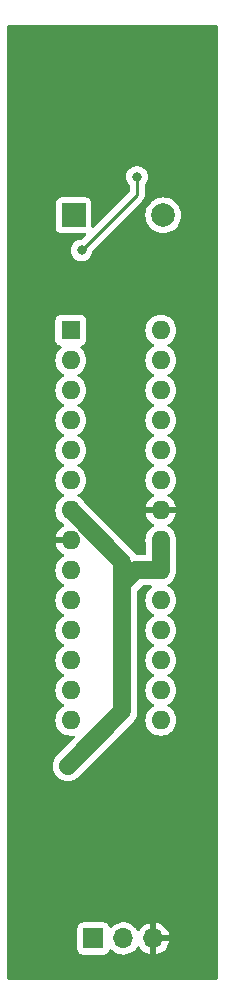
<source format=gbr>
%TF.GenerationSoftware,KiCad,Pcbnew,(5.99.0-11163-g08fb05e522)*%
%TF.CreationDate,2021-06-27T20:24:35-07:00*%
%TF.ProjectId,MeditationLamp,4d656469-7461-4746-996f-6e4c616d702e,rev?*%
%TF.SameCoordinates,Original*%
%TF.FileFunction,Copper,L2,Bot*%
%TF.FilePolarity,Positive*%
%FSLAX46Y46*%
G04 Gerber Fmt 4.6, Leading zero omitted, Abs format (unit mm)*
G04 Created by KiCad (PCBNEW (5.99.0-11163-g08fb05e522)) date 2021-06-27 20:24:35*
%MOMM*%
%LPD*%
G01*
G04 APERTURE LIST*
%TA.AperFunction,ComponentPad*%
%ADD10R,1.600000X1.600000*%
%TD*%
%TA.AperFunction,ComponentPad*%
%ADD11O,1.600000X1.600000*%
%TD*%
%TA.AperFunction,ComponentPad*%
%ADD12R,1.700000X1.700000*%
%TD*%
%TA.AperFunction,ComponentPad*%
%ADD13O,1.700000X1.700000*%
%TD*%
%TA.AperFunction,ComponentPad*%
%ADD14R,2.000000X2.000000*%
%TD*%
%TA.AperFunction,ComponentPad*%
%ADD15C,2.000000*%
%TD*%
%TA.AperFunction,ViaPad*%
%ADD16C,1.524000*%
%TD*%
%TA.AperFunction,ViaPad*%
%ADD17C,0.800000*%
%TD*%
%TA.AperFunction,Conductor*%
%ADD18C,1.524000*%
%TD*%
%TA.AperFunction,Conductor*%
%ADD19C,0.250000*%
%TD*%
G04 APERTURE END LIST*
D10*
%TO.P,U1,1,~{RESET}/PC6*%
%TO.N,unconnected-(U1-Pad1)*%
X113395600Y-72425400D03*
D11*
%TO.P,U1,15,PB1*%
%TO.N,unconnected-(U1-Pad15)*%
X121015600Y-105445400D03*
%TO.P,U1,2,PD0*%
%TO.N,unconnected-(U1-Pad2)*%
X113395600Y-74965400D03*
%TO.P,U1,16,PB2*%
%TO.N,unconnected-(U1-Pad16)*%
X121015600Y-102905400D03*
%TO.P,U1,3,PD1*%
%TO.N,unconnected-(U1-Pad3)*%
X113395600Y-77505400D03*
%TO.P,U1,17,PB3*%
%TO.N,unconnected-(U1-Pad17)*%
X121015600Y-100365400D03*
%TO.P,U1,4,PD2*%
%TO.N,unconnected-(U1-Pad4)*%
X113395600Y-80045400D03*
%TO.P,U1,18,PB4*%
%TO.N,unconnected-(U1-Pad18)*%
X121015600Y-97825400D03*
%TO.P,U1,5,PD3*%
%TO.N,Net-(SW1-Pad1)*%
X113395600Y-82585400D03*
%TO.P,U1,19,PB5*%
%TO.N,unconnected-(U1-Pad19)*%
X121015600Y-95285400D03*
%TO.P,U1,6,PD4*%
%TO.N,unconnected-(U1-Pad6)*%
X113395600Y-85125400D03*
%TO.P,U1,20,AVCC*%
%TO.N,+5V*%
X121015600Y-92745400D03*
%TO.P,U1,7,VCC*%
X113395600Y-87665400D03*
%TO.P,U1,21,AREF*%
X121015600Y-90205400D03*
%TO.P,U1,8,GND*%
%TO.N,GND*%
X113395600Y-90205400D03*
%TO.P,U1,22,GND*%
X121015600Y-87665400D03*
%TO.P,U1,9,XTAL1/PB6*%
%TO.N,unconnected-(U1-Pad9)*%
X113395600Y-92745400D03*
%TO.P,U1,23,PC0*%
%TO.N,unconnected-(U1-Pad23)*%
X121015600Y-85125400D03*
%TO.P,U1,10,XTAL2/PB7*%
%TO.N,unconnected-(U1-Pad10)*%
X113395600Y-95285400D03*
%TO.P,U1,24,PC1*%
%TO.N,unconnected-(U1-Pad24)*%
X121015600Y-82585400D03*
%TO.P,U1,11,PD5*%
%TO.N,unconnected-(U1-Pad11)*%
X113395600Y-97825400D03*
%TO.P,U1,25,PC2*%
%TO.N,unconnected-(U1-Pad25)*%
X121015600Y-80045400D03*
%TO.P,U1,12,PD6*%
%TO.N,/BUZZ*%
X113395600Y-100365400D03*
%TO.P,U1,26,PC3*%
%TO.N,unconnected-(U1-Pad26)*%
X121015600Y-77505400D03*
%TO.P,U1,13,PD7*%
%TO.N,Net-(U1-Pad13)*%
X113395600Y-102905400D03*
%TO.P,U1,27,PC4*%
%TO.N,unconnected-(U1-Pad27)*%
X121015600Y-74965400D03*
%TO.P,U1,14,PB0*%
%TO.N,unconnected-(U1-Pad14)*%
X113395600Y-105445400D03*
%TO.P,U1,28,PC5*%
%TO.N,unconnected-(U1-Pad28)*%
X121015600Y-72425400D03*
%TD*%
D12*
%TO.P,J1,1,Pin_1*%
%TO.N,+5V*%
X115305600Y-123926600D03*
D13*
%TO.P,J1,2,Pin_2*%
%TO.N,Net-(J1-Pad2)*%
X117845600Y-123926600D03*
%TO.P,J1,3,Pin_3*%
%TO.N,GND*%
X120385600Y-123926600D03*
%TD*%
D14*
%TO.P,BZ1,1,-*%
%TO.N,/BUZZ*%
X113624200Y-62687200D03*
D15*
%TO.P,BZ1,2,+*%
%TO.N,Net-(BZ1-Pad2)*%
X121224200Y-62687200D03*
%TD*%
D16*
%TO.N,+5V*%
X113131600Y-109321600D03*
D17*
%TO.N,Net-(R1-Pad1)*%
X114300000Y-65659000D03*
X118999000Y-59436000D03*
%TD*%
D18*
%TO.N,+5V*%
X117754400Y-93903800D02*
X117754400Y-92024200D01*
X117754400Y-92024200D02*
X113395600Y-87665400D01*
X121015600Y-92745400D02*
X121015600Y-90205400D01*
X117754400Y-104698800D02*
X117754400Y-93903800D01*
X117754400Y-93903800D02*
X118912800Y-92745400D01*
X118912800Y-92745400D02*
X121015600Y-92745400D01*
X113131600Y-109321600D02*
X117754400Y-104698800D01*
D19*
%TO.N,Net-(R1-Pad1)*%
X118999000Y-59436000D02*
X118999000Y-60985400D01*
X118999000Y-60985400D02*
X114325400Y-65659000D01*
X114325400Y-65659000D02*
X114300000Y-65659000D01*
%TD*%
%TA.AperFunction,Conductor*%
%TO.N,GND*%
G36*
X125799121Y-46629002D02*
G01*
X125845614Y-46682658D01*
X125857000Y-46735000D01*
X125857000Y-127280400D01*
X125836998Y-127348521D01*
X125783342Y-127395014D01*
X125731000Y-127406400D01*
X108101400Y-127406400D01*
X108033279Y-127386398D01*
X107986786Y-127332742D01*
X107975400Y-127280400D01*
X107975400Y-123076600D01*
X113942100Y-123076600D01*
X113942100Y-124776600D01*
X113947327Y-124849679D01*
X113963303Y-124904087D01*
X113982848Y-124970652D01*
X113988504Y-124989916D01*
X113993375Y-124997495D01*
X114062651Y-125105291D01*
X114062653Y-125105294D01*
X114067523Y-125112871D01*
X114074333Y-125118772D01*
X114171169Y-125202682D01*
X114171172Y-125202684D01*
X114177981Y-125208584D01*
X114186179Y-125212328D01*
X114291232Y-125260304D01*
X114310930Y-125269300D01*
X114319845Y-125270582D01*
X114319846Y-125270582D01*
X114451152Y-125289461D01*
X114451159Y-125289462D01*
X114455600Y-125290100D01*
X116155600Y-125290100D01*
X116228679Y-125284873D01*
X116319080Y-125258329D01*
X116360270Y-125246235D01*
X116360272Y-125246234D01*
X116368916Y-125243696D01*
X116432735Y-125202682D01*
X116484291Y-125169549D01*
X116484294Y-125169547D01*
X116491871Y-125164677D01*
X116531648Y-125118772D01*
X116581682Y-125061031D01*
X116581684Y-125061028D01*
X116587584Y-125054219D01*
X116648300Y-124921270D01*
X116649166Y-124915246D01*
X116686752Y-124856761D01*
X116751333Y-124827268D01*
X116821606Y-124837372D01*
X116864499Y-124869487D01*
X116891609Y-124900783D01*
X116895584Y-124904083D01*
X116895588Y-124904087D01*
X116926155Y-124929464D01*
X117063529Y-125043514D01*
X117067981Y-125046116D01*
X117067986Y-125046119D01*
X117192317Y-125118772D01*
X117256451Y-125156249D01*
X117465196Y-125235960D01*
X117470262Y-125236991D01*
X117470263Y-125236991D01*
X117514628Y-125246017D01*
X117684156Y-125280508D01*
X117809995Y-125285122D01*
X117902288Y-125288507D01*
X117902292Y-125288507D01*
X117907452Y-125288696D01*
X117912572Y-125288040D01*
X117912574Y-125288040D01*
X117980602Y-125279325D01*
X118129088Y-125260304D01*
X118134037Y-125258819D01*
X118134043Y-125258818D01*
X118338159Y-125197580D01*
X118338158Y-125197580D01*
X118343109Y-125196095D01*
X118543770Y-125097792D01*
X118547975Y-125094792D01*
X118547981Y-125094789D01*
X118695007Y-124989916D01*
X118725682Y-124968036D01*
X118789854Y-124904087D01*
X118880288Y-124813968D01*
X118880292Y-124813963D01*
X118883957Y-124810311D01*
X119014348Y-124628854D01*
X119015665Y-124629800D01*
X119062575Y-124586619D01*
X119132514Y-124574409D01*
X119197951Y-124601949D01*
X119225769Y-124633775D01*
X119283006Y-124727179D01*
X119289104Y-124735511D01*
X119428574Y-124896519D01*
X119435937Y-124903729D01*
X119599841Y-125039804D01*
X119608272Y-125045709D01*
X119792209Y-125153193D01*
X119801492Y-125157640D01*
X120000509Y-125233637D01*
X120010402Y-125236511D01*
X120113848Y-125257557D01*
X120127900Y-125256362D01*
X120131600Y-125246017D01*
X120131600Y-124194148D01*
X120639600Y-124194148D01*
X120639600Y-125245464D01*
X120643664Y-125259306D01*
X120657078Y-125261340D01*
X120663854Y-125260472D01*
X120673937Y-125258329D01*
X120877976Y-125197114D01*
X120887571Y-125193354D01*
X121078872Y-125099636D01*
X121087722Y-125094361D01*
X121261155Y-124970652D01*
X121269015Y-124964010D01*
X121419916Y-124813635D01*
X121426593Y-124805790D01*
X121550901Y-124632796D01*
X121556212Y-124623958D01*
X121650591Y-124432995D01*
X121654390Y-124423400D01*
X121716313Y-124219589D01*
X121718493Y-124209506D01*
X121719935Y-124198560D01*
X121717723Y-124184378D01*
X121704566Y-124180600D01*
X120657715Y-124180600D01*
X120642476Y-124185075D01*
X120641271Y-124186465D01*
X120639600Y-124194148D01*
X120131600Y-124194148D01*
X120131600Y-122611239D01*
X120639600Y-122611239D01*
X120639600Y-123654485D01*
X120644075Y-123669724D01*
X120645465Y-123670929D01*
X120653148Y-123672600D01*
X121704299Y-123672600D01*
X121717830Y-123668627D01*
X121719135Y-123659547D01*
X121677142Y-123492363D01*
X121673824Y-123482615D01*
X121588877Y-123287250D01*
X121584010Y-123278175D01*
X121468301Y-123099315D01*
X121462010Y-123091146D01*
X121318642Y-122933587D01*
X121311109Y-122926562D01*
X121143928Y-122794530D01*
X121135350Y-122788831D01*
X120948853Y-122685880D01*
X120939447Y-122681653D01*
X120738647Y-122610546D01*
X120728681Y-122607913D01*
X120657436Y-122595222D01*
X120644141Y-122596681D01*
X120639600Y-122611239D01*
X120131600Y-122611239D01*
X120131600Y-122609353D01*
X120127682Y-122596009D01*
X120113406Y-122594022D01*
X120074837Y-122599924D01*
X120064818Y-122602311D01*
X119862329Y-122668495D01*
X119852827Y-122672490D01*
X119663879Y-122770850D01*
X119655154Y-122776344D01*
X119484804Y-122904246D01*
X119477097Y-122911089D01*
X119329921Y-123065099D01*
X119323442Y-123073101D01*
X119219106Y-123226052D01*
X119164194Y-123271055D01*
X119093669Y-123279226D01*
X119029922Y-123247972D01*
X119009225Y-123223488D01*
X118928697Y-123099011D01*
X118925887Y-123094667D01*
X118913539Y-123081096D01*
X118862831Y-123025369D01*
X118775505Y-122929399D01*
X118771454Y-122926200D01*
X118771450Y-122926196D01*
X118604207Y-122794117D01*
X118600149Y-122790912D01*
X118404530Y-122682924D01*
X118210954Y-122614375D01*
X118198775Y-122610062D01*
X118198771Y-122610061D01*
X118193900Y-122608336D01*
X118188807Y-122607429D01*
X118188804Y-122607428D01*
X117979006Y-122570057D01*
X117979000Y-122570056D01*
X117973917Y-122569151D01*
X117887760Y-122568098D01*
X117755656Y-122566484D01*
X117755654Y-122566484D01*
X117750487Y-122566421D01*
X117529612Y-122600220D01*
X117317222Y-122669640D01*
X117286025Y-122685880D01*
X117192766Y-122734428D01*
X117119023Y-122772816D01*
X117114890Y-122775919D01*
X117114887Y-122775921D01*
X116987015Y-122871930D01*
X116940337Y-122906977D01*
X116924322Y-122923736D01*
X116857753Y-122993396D01*
X116796228Y-123028826D01*
X116725316Y-123025369D01*
X116667530Y-122984123D01*
X116645763Y-122941843D01*
X116625235Y-122871930D01*
X116625234Y-122871928D01*
X116622696Y-122863284D01*
X116574848Y-122788831D01*
X116548549Y-122747909D01*
X116548547Y-122747906D01*
X116543677Y-122740329D01*
X116536867Y-122734428D01*
X116440031Y-122650518D01*
X116440028Y-122650516D01*
X116433219Y-122644616D01*
X116360134Y-122611239D01*
X116308464Y-122587642D01*
X116308463Y-122587642D01*
X116300270Y-122583900D01*
X116291355Y-122582618D01*
X116291354Y-122582618D01*
X116160048Y-122563739D01*
X116160041Y-122563738D01*
X116155600Y-122563100D01*
X114455600Y-122563100D01*
X114382521Y-122568327D01*
X114329484Y-122583900D01*
X114250930Y-122606965D01*
X114250928Y-122606966D01*
X114242284Y-122609504D01*
X114234705Y-122614375D01*
X114126909Y-122683651D01*
X114126906Y-122683653D01*
X114119329Y-122688523D01*
X114113428Y-122695333D01*
X114029518Y-122792169D01*
X114029516Y-122792172D01*
X114023616Y-122798981D01*
X113962900Y-122931930D01*
X113961618Y-122940845D01*
X113961618Y-122940846D01*
X113942739Y-123072152D01*
X113942738Y-123072159D01*
X113942100Y-123076600D01*
X107975400Y-123076600D01*
X107975400Y-109321600D01*
X111856100Y-109321600D01*
X111856580Y-109327083D01*
X111861671Y-109385269D01*
X111862135Y-109394270D01*
X111863087Y-109454926D01*
X111864167Y-109460429D01*
X111870237Y-109491368D01*
X111872115Y-109504646D01*
X111875478Y-109543088D01*
X111876902Y-109548401D01*
X111892688Y-109607316D01*
X111894624Y-109615668D01*
X111906745Y-109677453D01*
X111908784Y-109682684D01*
X111908785Y-109682686D01*
X111919367Y-109709828D01*
X111923679Y-109722982D01*
X111931596Y-109752529D01*
X111931600Y-109752540D01*
X111933022Y-109757847D01*
X111935348Y-109762834D01*
X111962219Y-109820459D01*
X111965418Y-109827941D01*
X111989119Y-109888732D01*
X111992047Y-109893510D01*
X111992049Y-109893514D01*
X112006029Y-109916326D01*
X112012789Y-109928905D01*
X112026985Y-109959350D01*
X112030145Y-109963863D01*
X112068101Y-110018070D01*
X112072319Y-110024502D01*
X112107606Y-110082085D01*
X112127543Y-110104461D01*
X112136674Y-110116003D01*
X112154510Y-110141476D01*
X112207079Y-110194045D01*
X112212059Y-110199320D01*
X112258460Y-110251399D01*
X112262872Y-110254859D01*
X112262879Y-110254865D01*
X112280156Y-110268412D01*
X112291504Y-110278470D01*
X112311724Y-110298690D01*
X112316226Y-110301842D01*
X112316234Y-110301849D01*
X112374803Y-110342859D01*
X112380280Y-110346918D01*
X112436913Y-110391324D01*
X112441880Y-110393954D01*
X112459151Y-110403099D01*
X112472463Y-110411240D01*
X112489343Y-110423060D01*
X112489349Y-110423064D01*
X112493850Y-110426215D01*
X112540293Y-110447872D01*
X112566071Y-110459893D01*
X112571757Y-110462721D01*
X112637324Y-110497437D01*
X112658464Y-110504184D01*
X112659010Y-110504358D01*
X112673948Y-110510197D01*
X112690365Y-110517852D01*
X112695353Y-110520178D01*
X112774953Y-110541506D01*
X112780651Y-110543178D01*
X112796708Y-110548302D01*
X112853358Y-110566382D01*
X112873542Y-110569039D01*
X112889709Y-110572255D01*
X112910112Y-110577722D01*
X112915598Y-110578202D01*
X112994960Y-110585146D01*
X113000422Y-110585744D01*
X113072626Y-110595249D01*
X113072627Y-110595249D01*
X113078187Y-110595981D01*
X113083785Y-110595717D01*
X113084560Y-110595680D01*
X113096120Y-110595135D01*
X113113026Y-110595475D01*
X113131600Y-110597100D01*
X113137075Y-110596621D01*
X113137078Y-110596621D01*
X113188251Y-110592144D01*
X113219298Y-110589427D01*
X113224331Y-110589089D01*
X113304705Y-110585299D01*
X113319850Y-110581830D01*
X113336995Y-110579130D01*
X113347607Y-110578202D01*
X113347612Y-110578201D01*
X113353088Y-110577722D01*
X113440938Y-110554183D01*
X113445367Y-110553083D01*
X113525751Y-110534673D01*
X113530912Y-110532472D01*
X113530917Y-110532470D01*
X113537822Y-110529525D01*
X113554638Y-110523718D01*
X113562532Y-110521603D01*
X113562541Y-110521600D01*
X113567847Y-110520178D01*
X113572828Y-110517855D01*
X113572837Y-110517852D01*
X113652979Y-110480480D01*
X113656735Y-110478803D01*
X113734339Y-110445702D01*
X113739028Y-110442622D01*
X113739035Y-110442618D01*
X113743293Y-110439821D01*
X113759214Y-110430942D01*
X113764360Y-110428542D01*
X113764362Y-110428541D01*
X113769350Y-110426215D01*
X113773856Y-110423060D01*
X113773863Y-110423056D01*
X113848854Y-110370547D01*
X113851947Y-110368448D01*
X113884724Y-110346918D01*
X113923874Y-110321201D01*
X113935061Y-110311234D01*
X113946601Y-110302104D01*
X113946962Y-110301851D01*
X113946965Y-110301849D01*
X113951476Y-110298690D01*
X114108690Y-110141476D01*
X114109013Y-110141015D01*
X114109771Y-110140188D01*
X118588319Y-105661639D01*
X118600710Y-105650771D01*
X118613304Y-105641107D01*
X118617755Y-105637692D01*
X118621528Y-105633546D01*
X118621533Y-105633541D01*
X118671218Y-105578937D01*
X118675316Y-105574642D01*
X118692393Y-105557565D01*
X118710285Y-105536167D01*
X118713743Y-105532202D01*
X118766597Y-105474117D01*
X118766598Y-105474116D01*
X118770374Y-105469966D01*
X118780044Y-105454551D01*
X118790109Y-105440697D01*
X118801775Y-105426745D01*
X118843455Y-105353671D01*
X118846158Y-105349155D01*
X118887899Y-105282616D01*
X118887900Y-105282613D01*
X118890879Y-105277865D01*
X118897664Y-105260987D01*
X118905119Y-105245563D01*
X118914130Y-105229766D01*
X118916001Y-105224483D01*
X118916004Y-105224476D01*
X118942214Y-105150459D01*
X118944069Y-105145551D01*
X118975461Y-105067460D01*
X118979150Y-105049648D01*
X118983759Y-105033143D01*
X118987954Y-105021296D01*
X118987956Y-105021287D01*
X118989827Y-105016004D01*
X119003422Y-104932986D01*
X119004384Y-104927798D01*
X119020510Y-104849927D01*
X119020510Y-104849926D01*
X119021447Y-104845402D01*
X119023068Y-104817283D01*
X119024516Y-104804170D01*
X119026474Y-104792215D01*
X119024916Y-104693039D01*
X119024900Y-104691060D01*
X119024900Y-94482250D01*
X119044902Y-94414129D01*
X119061804Y-94393155D01*
X119402153Y-94052805D01*
X119464466Y-94018780D01*
X119491249Y-94015900D01*
X120147710Y-94015900D01*
X120215831Y-94035902D01*
X120262324Y-94089558D01*
X120272428Y-94159832D01*
X120242934Y-94224412D01*
X120219980Y-94245113D01*
X120175814Y-94276038D01*
X120175808Y-94276043D01*
X120171298Y-94279201D01*
X120009401Y-94441098D01*
X119878076Y-94628650D01*
X119875753Y-94633632D01*
X119875750Y-94633637D01*
X119783637Y-94831175D01*
X119781314Y-94836157D01*
X119722055Y-95057313D01*
X119702100Y-95285400D01*
X119722055Y-95513487D01*
X119781314Y-95734643D01*
X119783636Y-95739624D01*
X119783637Y-95739625D01*
X119875750Y-95937163D01*
X119875753Y-95937168D01*
X119878076Y-95942150D01*
X120009401Y-96129702D01*
X120171298Y-96291599D01*
X120175806Y-96294756D01*
X120175809Y-96294758D01*
X120354341Y-96419767D01*
X120358850Y-96422924D01*
X120363832Y-96425247D01*
X120363837Y-96425250D01*
X120398054Y-96441205D01*
X120451339Y-96488122D01*
X120470800Y-96556399D01*
X120450258Y-96624359D01*
X120398054Y-96669595D01*
X120363837Y-96685550D01*
X120363832Y-96685553D01*
X120358850Y-96687876D01*
X120354343Y-96691032D01*
X120354341Y-96691033D01*
X120175809Y-96816042D01*
X120175806Y-96816044D01*
X120171298Y-96819201D01*
X120009401Y-96981098D01*
X119878076Y-97168650D01*
X119875753Y-97173632D01*
X119875750Y-97173637D01*
X119783637Y-97371175D01*
X119781314Y-97376157D01*
X119722055Y-97597313D01*
X119702100Y-97825400D01*
X119722055Y-98053487D01*
X119781314Y-98274643D01*
X119783636Y-98279624D01*
X119783637Y-98279625D01*
X119875750Y-98477163D01*
X119875753Y-98477168D01*
X119878076Y-98482150D01*
X120009401Y-98669702D01*
X120171298Y-98831599D01*
X120175806Y-98834756D01*
X120175809Y-98834758D01*
X120354341Y-98959767D01*
X120358850Y-98962924D01*
X120363832Y-98965247D01*
X120363837Y-98965250D01*
X120398054Y-98981205D01*
X120451339Y-99028122D01*
X120470800Y-99096399D01*
X120450258Y-99164359D01*
X120398054Y-99209595D01*
X120363837Y-99225550D01*
X120363832Y-99225553D01*
X120358850Y-99227876D01*
X120354343Y-99231032D01*
X120354341Y-99231033D01*
X120175809Y-99356042D01*
X120175806Y-99356044D01*
X120171298Y-99359201D01*
X120009401Y-99521098D01*
X119878076Y-99708650D01*
X119875753Y-99713632D01*
X119875750Y-99713637D01*
X119783637Y-99911175D01*
X119781314Y-99916157D01*
X119722055Y-100137313D01*
X119702100Y-100365400D01*
X119722055Y-100593487D01*
X119781314Y-100814643D01*
X119783636Y-100819624D01*
X119783637Y-100819625D01*
X119875750Y-101017163D01*
X119875753Y-101017168D01*
X119878076Y-101022150D01*
X120009401Y-101209702D01*
X120171298Y-101371599D01*
X120175806Y-101374756D01*
X120175809Y-101374758D01*
X120354341Y-101499767D01*
X120358850Y-101502924D01*
X120363832Y-101505247D01*
X120363837Y-101505250D01*
X120398054Y-101521205D01*
X120451339Y-101568122D01*
X120470800Y-101636399D01*
X120450258Y-101704359D01*
X120398054Y-101749595D01*
X120363837Y-101765550D01*
X120363832Y-101765553D01*
X120358850Y-101767876D01*
X120354343Y-101771032D01*
X120354341Y-101771033D01*
X120175809Y-101896042D01*
X120175806Y-101896044D01*
X120171298Y-101899201D01*
X120009401Y-102061098D01*
X119878076Y-102248650D01*
X119875753Y-102253632D01*
X119875750Y-102253637D01*
X119783637Y-102451175D01*
X119781314Y-102456157D01*
X119722055Y-102677313D01*
X119702100Y-102905400D01*
X119722055Y-103133487D01*
X119781314Y-103354643D01*
X119783636Y-103359624D01*
X119783637Y-103359625D01*
X119875750Y-103557163D01*
X119875753Y-103557168D01*
X119878076Y-103562150D01*
X120009401Y-103749702D01*
X120171298Y-103911599D01*
X120175806Y-103914756D01*
X120175809Y-103914758D01*
X120354341Y-104039767D01*
X120358850Y-104042924D01*
X120363832Y-104045247D01*
X120363837Y-104045250D01*
X120398054Y-104061205D01*
X120451339Y-104108122D01*
X120470800Y-104176399D01*
X120450258Y-104244359D01*
X120398054Y-104289595D01*
X120363837Y-104305550D01*
X120363832Y-104305553D01*
X120358850Y-104307876D01*
X120354343Y-104311032D01*
X120354341Y-104311033D01*
X120175809Y-104436042D01*
X120175806Y-104436044D01*
X120171298Y-104439201D01*
X120009401Y-104601098D01*
X119878076Y-104788650D01*
X119875753Y-104793632D01*
X119875750Y-104793637D01*
X119867798Y-104810691D01*
X119781314Y-104996157D01*
X119779892Y-105001465D01*
X119779891Y-105001467D01*
X119723479Y-105211998D01*
X119722055Y-105217313D01*
X119702100Y-105445400D01*
X119722055Y-105673487D01*
X119781314Y-105894643D01*
X119783636Y-105899624D01*
X119783637Y-105899625D01*
X119875750Y-106097163D01*
X119875753Y-106097168D01*
X119878076Y-106102150D01*
X120009401Y-106289702D01*
X120171298Y-106451599D01*
X120175806Y-106454756D01*
X120175809Y-106454758D01*
X120288242Y-106533484D01*
X120358850Y-106582924D01*
X120363832Y-106585247D01*
X120363837Y-106585250D01*
X120561375Y-106677363D01*
X120566357Y-106679686D01*
X120571665Y-106681108D01*
X120571667Y-106681109D01*
X120782198Y-106737521D01*
X120782200Y-106737521D01*
X120787513Y-106738945D01*
X121015600Y-106758900D01*
X121243687Y-106738945D01*
X121249000Y-106737521D01*
X121249002Y-106737521D01*
X121459533Y-106681109D01*
X121459535Y-106681108D01*
X121464843Y-106679686D01*
X121469825Y-106677363D01*
X121667363Y-106585250D01*
X121667368Y-106585247D01*
X121672350Y-106582924D01*
X121742958Y-106533484D01*
X121855391Y-106454758D01*
X121855394Y-106454756D01*
X121859902Y-106451599D01*
X122021799Y-106289702D01*
X122153124Y-106102150D01*
X122155447Y-106097168D01*
X122155450Y-106097163D01*
X122247563Y-105899625D01*
X122247564Y-105899624D01*
X122249886Y-105894643D01*
X122309145Y-105673487D01*
X122329100Y-105445400D01*
X122309145Y-105217313D01*
X122307721Y-105211998D01*
X122251309Y-105001467D01*
X122251308Y-105001465D01*
X122249886Y-104996157D01*
X122163402Y-104810691D01*
X122155450Y-104793637D01*
X122155447Y-104793632D01*
X122153124Y-104788650D01*
X122021799Y-104601098D01*
X121859902Y-104439201D01*
X121855394Y-104436044D01*
X121855391Y-104436042D01*
X121676859Y-104311033D01*
X121676857Y-104311032D01*
X121672350Y-104307876D01*
X121667368Y-104305553D01*
X121667363Y-104305550D01*
X121633146Y-104289595D01*
X121579861Y-104242678D01*
X121560400Y-104174401D01*
X121580942Y-104106441D01*
X121633146Y-104061205D01*
X121667363Y-104045250D01*
X121667368Y-104045247D01*
X121672350Y-104042924D01*
X121676859Y-104039767D01*
X121855391Y-103914758D01*
X121855394Y-103914756D01*
X121859902Y-103911599D01*
X122021799Y-103749702D01*
X122153124Y-103562150D01*
X122155447Y-103557168D01*
X122155450Y-103557163D01*
X122247563Y-103359625D01*
X122247564Y-103359624D01*
X122249886Y-103354643D01*
X122309145Y-103133487D01*
X122329100Y-102905400D01*
X122309145Y-102677313D01*
X122249886Y-102456157D01*
X122247563Y-102451175D01*
X122155450Y-102253637D01*
X122155447Y-102253632D01*
X122153124Y-102248650D01*
X122021799Y-102061098D01*
X121859902Y-101899201D01*
X121855394Y-101896044D01*
X121855391Y-101896042D01*
X121676859Y-101771033D01*
X121676857Y-101771032D01*
X121672350Y-101767876D01*
X121667368Y-101765553D01*
X121667363Y-101765550D01*
X121633146Y-101749595D01*
X121579861Y-101702678D01*
X121560400Y-101634401D01*
X121580942Y-101566441D01*
X121633146Y-101521205D01*
X121667363Y-101505250D01*
X121667368Y-101505247D01*
X121672350Y-101502924D01*
X121676859Y-101499767D01*
X121855391Y-101374758D01*
X121855394Y-101374756D01*
X121859902Y-101371599D01*
X122021799Y-101209702D01*
X122153124Y-101022150D01*
X122155447Y-101017168D01*
X122155450Y-101017163D01*
X122247563Y-100819625D01*
X122247564Y-100819624D01*
X122249886Y-100814643D01*
X122309145Y-100593487D01*
X122329100Y-100365400D01*
X122309145Y-100137313D01*
X122249886Y-99916157D01*
X122247563Y-99911175D01*
X122155450Y-99713637D01*
X122155447Y-99713632D01*
X122153124Y-99708650D01*
X122021799Y-99521098D01*
X121859902Y-99359201D01*
X121855394Y-99356044D01*
X121855391Y-99356042D01*
X121676859Y-99231033D01*
X121676857Y-99231032D01*
X121672350Y-99227876D01*
X121667368Y-99225553D01*
X121667363Y-99225550D01*
X121633146Y-99209595D01*
X121579861Y-99162678D01*
X121560400Y-99094401D01*
X121580942Y-99026441D01*
X121633146Y-98981205D01*
X121667363Y-98965250D01*
X121667368Y-98965247D01*
X121672350Y-98962924D01*
X121676859Y-98959767D01*
X121855391Y-98834758D01*
X121855394Y-98834756D01*
X121859902Y-98831599D01*
X122021799Y-98669702D01*
X122153124Y-98482150D01*
X122155447Y-98477168D01*
X122155450Y-98477163D01*
X122247563Y-98279625D01*
X122247564Y-98279624D01*
X122249886Y-98274643D01*
X122309145Y-98053487D01*
X122329100Y-97825400D01*
X122309145Y-97597313D01*
X122249886Y-97376157D01*
X122247563Y-97371175D01*
X122155450Y-97173637D01*
X122155447Y-97173632D01*
X122153124Y-97168650D01*
X122021799Y-96981098D01*
X121859902Y-96819201D01*
X121855394Y-96816044D01*
X121855391Y-96816042D01*
X121676859Y-96691033D01*
X121676857Y-96691032D01*
X121672350Y-96687876D01*
X121667368Y-96685553D01*
X121667363Y-96685550D01*
X121633146Y-96669595D01*
X121579861Y-96622678D01*
X121560400Y-96554401D01*
X121580942Y-96486441D01*
X121633146Y-96441205D01*
X121667363Y-96425250D01*
X121667368Y-96425247D01*
X121672350Y-96422924D01*
X121676859Y-96419767D01*
X121855391Y-96294758D01*
X121855394Y-96294756D01*
X121859902Y-96291599D01*
X122021799Y-96129702D01*
X122153124Y-95942150D01*
X122155447Y-95937168D01*
X122155450Y-95937163D01*
X122247563Y-95739625D01*
X122247564Y-95739624D01*
X122249886Y-95734643D01*
X122309145Y-95513487D01*
X122329100Y-95285400D01*
X122309145Y-95057313D01*
X122249886Y-94836157D01*
X122247563Y-94831175D01*
X122155450Y-94633637D01*
X122155447Y-94633632D01*
X122153124Y-94628650D01*
X122021799Y-94441098D01*
X121859902Y-94279201D01*
X121855394Y-94276044D01*
X121855391Y-94276042D01*
X121676859Y-94151033D01*
X121676857Y-94151032D01*
X121672350Y-94147876D01*
X121667368Y-94145553D01*
X121667363Y-94145550D01*
X121633146Y-94129595D01*
X121579861Y-94082678D01*
X121560400Y-94014401D01*
X121580942Y-93946441D01*
X121633146Y-93901205D01*
X121667363Y-93885250D01*
X121667368Y-93885247D01*
X121672350Y-93882924D01*
X121676859Y-93879767D01*
X121855391Y-93754758D01*
X121855394Y-93754756D01*
X121859902Y-93751599D01*
X122021799Y-93589702D01*
X122153124Y-93402150D01*
X122155447Y-93397168D01*
X122155450Y-93397163D01*
X122247563Y-93199625D01*
X122247564Y-93199624D01*
X122249886Y-93194643D01*
X122309145Y-92973487D01*
X122329100Y-92745400D01*
X122309145Y-92517313D01*
X122290393Y-92447329D01*
X122286100Y-92414718D01*
X122286100Y-90536082D01*
X122290393Y-90503471D01*
X122307721Y-90438801D01*
X122309145Y-90433487D01*
X122329100Y-90205400D01*
X122309145Y-89977313D01*
X122249886Y-89756157D01*
X122247563Y-89751175D01*
X122155450Y-89553637D01*
X122155447Y-89553632D01*
X122153124Y-89548650D01*
X122021799Y-89361098D01*
X121859902Y-89199201D01*
X121855394Y-89196044D01*
X121855391Y-89196042D01*
X121676859Y-89071033D01*
X121676857Y-89071032D01*
X121672350Y-89067876D01*
X121657240Y-89060830D01*
X121632557Y-89049320D01*
X121579272Y-89002402D01*
X121559811Y-88934125D01*
X121580353Y-88866165D01*
X121632558Y-88820930D01*
X121667109Y-88804819D01*
X121676609Y-88799334D01*
X121855069Y-88674375D01*
X121863477Y-88667319D01*
X122017519Y-88513277D01*
X122024575Y-88504869D01*
X122149534Y-88326409D01*
X122155017Y-88316913D01*
X122247091Y-88119457D01*
X122250839Y-88109161D01*
X122296998Y-87936897D01*
X122296662Y-87922801D01*
X122288720Y-87919400D01*
X119747629Y-87919400D01*
X119734098Y-87923373D01*
X119732869Y-87931922D01*
X119780361Y-88109161D01*
X119784109Y-88119457D01*
X119876183Y-88316913D01*
X119881666Y-88326409D01*
X120006625Y-88504869D01*
X120013681Y-88513277D01*
X120167723Y-88667319D01*
X120176131Y-88674375D01*
X120354591Y-88799334D01*
X120364091Y-88804819D01*
X120398642Y-88820930D01*
X120451928Y-88867847D01*
X120471389Y-88936124D01*
X120450847Y-89004084D01*
X120398643Y-89049320D01*
X120373960Y-89060830D01*
X120358850Y-89067876D01*
X120354343Y-89071032D01*
X120354341Y-89071033D01*
X120175809Y-89196042D01*
X120175806Y-89196044D01*
X120171298Y-89199201D01*
X120009401Y-89361098D01*
X119878076Y-89548650D01*
X119875753Y-89553632D01*
X119875750Y-89553637D01*
X119783637Y-89751175D01*
X119781314Y-89756157D01*
X119722055Y-89977313D01*
X119702100Y-90205400D01*
X119722055Y-90433487D01*
X119723479Y-90438801D01*
X119740807Y-90503471D01*
X119745100Y-90536082D01*
X119745100Y-91348900D01*
X119725098Y-91417021D01*
X119671442Y-91463514D01*
X119619100Y-91474900D01*
X119003950Y-91474900D01*
X118987504Y-91473822D01*
X118966213Y-91471019D01*
X118966457Y-91469162D01*
X118907181Y-91449034D01*
X118874358Y-91415152D01*
X118868512Y-91406253D01*
X118860104Y-91391330D01*
X118854691Y-91379981D01*
X118852276Y-91374918D01*
X118803181Y-91306595D01*
X118800192Y-91302246D01*
X118754001Y-91231926D01*
X118735260Y-91210892D01*
X118727022Y-91200609D01*
X118719947Y-91190762D01*
X118648658Y-91121678D01*
X118647248Y-91120289D01*
X116592509Y-89065550D01*
X114535117Y-87008159D01*
X114520999Y-86991334D01*
X114404958Y-86825610D01*
X114401799Y-86821098D01*
X114239902Y-86659201D01*
X114235394Y-86656044D01*
X114235391Y-86656042D01*
X114056859Y-86531033D01*
X114056857Y-86531032D01*
X114052350Y-86527876D01*
X114047368Y-86525553D01*
X114047363Y-86525550D01*
X114013146Y-86509595D01*
X113959861Y-86462678D01*
X113940400Y-86394401D01*
X113960942Y-86326441D01*
X114013146Y-86281205D01*
X114047363Y-86265250D01*
X114047368Y-86265247D01*
X114052350Y-86262924D01*
X114056859Y-86259767D01*
X114235391Y-86134758D01*
X114235394Y-86134756D01*
X114239902Y-86131599D01*
X114401799Y-85969702D01*
X114533124Y-85782150D01*
X114535447Y-85777168D01*
X114535450Y-85777163D01*
X114627563Y-85579625D01*
X114627564Y-85579624D01*
X114629886Y-85574643D01*
X114689145Y-85353487D01*
X114709100Y-85125400D01*
X114689145Y-84897313D01*
X114629886Y-84676157D01*
X114627563Y-84671175D01*
X114535450Y-84473637D01*
X114535447Y-84473632D01*
X114533124Y-84468650D01*
X114401799Y-84281098D01*
X114239902Y-84119201D01*
X114235394Y-84116044D01*
X114235391Y-84116042D01*
X114056859Y-83991033D01*
X114056857Y-83991032D01*
X114052350Y-83987876D01*
X114047368Y-83985553D01*
X114047363Y-83985550D01*
X114013146Y-83969595D01*
X113959861Y-83922678D01*
X113940400Y-83854401D01*
X113960942Y-83786441D01*
X114013146Y-83741205D01*
X114047363Y-83725250D01*
X114047368Y-83725247D01*
X114052350Y-83722924D01*
X114056859Y-83719767D01*
X114235391Y-83594758D01*
X114235394Y-83594756D01*
X114239902Y-83591599D01*
X114401799Y-83429702D01*
X114533124Y-83242150D01*
X114535447Y-83237168D01*
X114535450Y-83237163D01*
X114627563Y-83039625D01*
X114627564Y-83039624D01*
X114629886Y-83034643D01*
X114689145Y-82813487D01*
X114709100Y-82585400D01*
X114689145Y-82357313D01*
X114629886Y-82136157D01*
X114627563Y-82131175D01*
X114535450Y-81933637D01*
X114535447Y-81933632D01*
X114533124Y-81928650D01*
X114401799Y-81741098D01*
X114239902Y-81579201D01*
X114235394Y-81576044D01*
X114235391Y-81576042D01*
X114056859Y-81451033D01*
X114056857Y-81451032D01*
X114052350Y-81447876D01*
X114047368Y-81445553D01*
X114047363Y-81445550D01*
X114013146Y-81429595D01*
X113959861Y-81382678D01*
X113940400Y-81314401D01*
X113960942Y-81246441D01*
X114013146Y-81201205D01*
X114047363Y-81185250D01*
X114047368Y-81185247D01*
X114052350Y-81182924D01*
X114056859Y-81179767D01*
X114235391Y-81054758D01*
X114235394Y-81054756D01*
X114239902Y-81051599D01*
X114401799Y-80889702D01*
X114533124Y-80702150D01*
X114535447Y-80697168D01*
X114535450Y-80697163D01*
X114627563Y-80499625D01*
X114627564Y-80499624D01*
X114629886Y-80494643D01*
X114689145Y-80273487D01*
X114709100Y-80045400D01*
X114689145Y-79817313D01*
X114629886Y-79596157D01*
X114627563Y-79591175D01*
X114535450Y-79393637D01*
X114535447Y-79393632D01*
X114533124Y-79388650D01*
X114401799Y-79201098D01*
X114239902Y-79039201D01*
X114235394Y-79036044D01*
X114235391Y-79036042D01*
X114056859Y-78911033D01*
X114056857Y-78911032D01*
X114052350Y-78907876D01*
X114047368Y-78905553D01*
X114047363Y-78905550D01*
X114013146Y-78889595D01*
X113959861Y-78842678D01*
X113940400Y-78774401D01*
X113960942Y-78706441D01*
X114013146Y-78661205D01*
X114047363Y-78645250D01*
X114047368Y-78645247D01*
X114052350Y-78642924D01*
X114056859Y-78639767D01*
X114235391Y-78514758D01*
X114235394Y-78514756D01*
X114239902Y-78511599D01*
X114401799Y-78349702D01*
X114533124Y-78162150D01*
X114535447Y-78157168D01*
X114535450Y-78157163D01*
X114627563Y-77959625D01*
X114627564Y-77959624D01*
X114629886Y-77954643D01*
X114689145Y-77733487D01*
X114709100Y-77505400D01*
X114689145Y-77277313D01*
X114629886Y-77056157D01*
X114627563Y-77051175D01*
X114535450Y-76853637D01*
X114535447Y-76853632D01*
X114533124Y-76848650D01*
X114401799Y-76661098D01*
X114239902Y-76499201D01*
X114235394Y-76496044D01*
X114235391Y-76496042D01*
X114056859Y-76371033D01*
X114056857Y-76371032D01*
X114052350Y-76367876D01*
X114047368Y-76365553D01*
X114047363Y-76365550D01*
X114013146Y-76349595D01*
X113959861Y-76302678D01*
X113940400Y-76234401D01*
X113960942Y-76166441D01*
X114013146Y-76121205D01*
X114047363Y-76105250D01*
X114047368Y-76105247D01*
X114052350Y-76102924D01*
X114056859Y-76099767D01*
X114235391Y-75974758D01*
X114235394Y-75974756D01*
X114239902Y-75971599D01*
X114401799Y-75809702D01*
X114533124Y-75622150D01*
X114535447Y-75617168D01*
X114535450Y-75617163D01*
X114627563Y-75419625D01*
X114627564Y-75419624D01*
X114629886Y-75414643D01*
X114689145Y-75193487D01*
X114709100Y-74965400D01*
X114689145Y-74737313D01*
X114629886Y-74516157D01*
X114627563Y-74511175D01*
X114535450Y-74313637D01*
X114535447Y-74313632D01*
X114533124Y-74308650D01*
X114401799Y-74121098D01*
X114239902Y-73959201D01*
X114235391Y-73956042D01*
X114231178Y-73952507D01*
X114232050Y-73951467D01*
X114191782Y-73901086D01*
X114184476Y-73830466D01*
X114216509Y-73767107D01*
X114272885Y-73732438D01*
X114400270Y-73695035D01*
X114400272Y-73695034D01*
X114408916Y-73692496D01*
X114472735Y-73651482D01*
X114524291Y-73618349D01*
X114524294Y-73618347D01*
X114531871Y-73613477D01*
X114571648Y-73567572D01*
X114621682Y-73509831D01*
X114621684Y-73509828D01*
X114627584Y-73503019D01*
X114688300Y-73370070D01*
X114699562Y-73291740D01*
X114708461Y-73229848D01*
X114708462Y-73229841D01*
X114709100Y-73225400D01*
X114709100Y-72425400D01*
X119702100Y-72425400D01*
X119722055Y-72653487D01*
X119781314Y-72874643D01*
X119783636Y-72879624D01*
X119783637Y-72879625D01*
X119875750Y-73077163D01*
X119875753Y-73077168D01*
X119878076Y-73082150D01*
X119881232Y-73086657D01*
X119881233Y-73086659D01*
X119975232Y-73220903D01*
X120009401Y-73269702D01*
X120171298Y-73431599D01*
X120175806Y-73434756D01*
X120175809Y-73434758D01*
X120283025Y-73509831D01*
X120358850Y-73562924D01*
X120363832Y-73565247D01*
X120363837Y-73565250D01*
X120398054Y-73581205D01*
X120451339Y-73628122D01*
X120470800Y-73696399D01*
X120450258Y-73764359D01*
X120398054Y-73809595D01*
X120363837Y-73825550D01*
X120363832Y-73825553D01*
X120358850Y-73827876D01*
X120354343Y-73831032D01*
X120354341Y-73831033D01*
X120175809Y-73956042D01*
X120175806Y-73956044D01*
X120171298Y-73959201D01*
X120009401Y-74121098D01*
X119878076Y-74308650D01*
X119875753Y-74313632D01*
X119875750Y-74313637D01*
X119783637Y-74511175D01*
X119781314Y-74516157D01*
X119722055Y-74737313D01*
X119702100Y-74965400D01*
X119722055Y-75193487D01*
X119781314Y-75414643D01*
X119783636Y-75419624D01*
X119783637Y-75419625D01*
X119875750Y-75617163D01*
X119875753Y-75617168D01*
X119878076Y-75622150D01*
X120009401Y-75809702D01*
X120171298Y-75971599D01*
X120175806Y-75974756D01*
X120175809Y-75974758D01*
X120354341Y-76099767D01*
X120358850Y-76102924D01*
X120363832Y-76105247D01*
X120363837Y-76105250D01*
X120398054Y-76121205D01*
X120451339Y-76168122D01*
X120470800Y-76236399D01*
X120450258Y-76304359D01*
X120398054Y-76349595D01*
X120363837Y-76365550D01*
X120363832Y-76365553D01*
X120358850Y-76367876D01*
X120354343Y-76371032D01*
X120354341Y-76371033D01*
X120175809Y-76496042D01*
X120175806Y-76496044D01*
X120171298Y-76499201D01*
X120009401Y-76661098D01*
X119878076Y-76848650D01*
X119875753Y-76853632D01*
X119875750Y-76853637D01*
X119783637Y-77051175D01*
X119781314Y-77056157D01*
X119722055Y-77277313D01*
X119702100Y-77505400D01*
X119722055Y-77733487D01*
X119781314Y-77954643D01*
X119783636Y-77959624D01*
X119783637Y-77959625D01*
X119875750Y-78157163D01*
X119875753Y-78157168D01*
X119878076Y-78162150D01*
X120009401Y-78349702D01*
X120171298Y-78511599D01*
X120175806Y-78514756D01*
X120175809Y-78514758D01*
X120354341Y-78639767D01*
X120358850Y-78642924D01*
X120363832Y-78645247D01*
X120363837Y-78645250D01*
X120398054Y-78661205D01*
X120451339Y-78708122D01*
X120470800Y-78776399D01*
X120450258Y-78844359D01*
X120398054Y-78889595D01*
X120363837Y-78905550D01*
X120363832Y-78905553D01*
X120358850Y-78907876D01*
X120354343Y-78911032D01*
X120354341Y-78911033D01*
X120175809Y-79036042D01*
X120175806Y-79036044D01*
X120171298Y-79039201D01*
X120009401Y-79201098D01*
X119878076Y-79388650D01*
X119875753Y-79393632D01*
X119875750Y-79393637D01*
X119783637Y-79591175D01*
X119781314Y-79596157D01*
X119722055Y-79817313D01*
X119702100Y-80045400D01*
X119722055Y-80273487D01*
X119781314Y-80494643D01*
X119783636Y-80499624D01*
X119783637Y-80499625D01*
X119875750Y-80697163D01*
X119875753Y-80697168D01*
X119878076Y-80702150D01*
X120009401Y-80889702D01*
X120171298Y-81051599D01*
X120175806Y-81054756D01*
X120175809Y-81054758D01*
X120354341Y-81179767D01*
X120358850Y-81182924D01*
X120363832Y-81185247D01*
X120363837Y-81185250D01*
X120398054Y-81201205D01*
X120451339Y-81248122D01*
X120470800Y-81316399D01*
X120450258Y-81384359D01*
X120398054Y-81429595D01*
X120363837Y-81445550D01*
X120363832Y-81445553D01*
X120358850Y-81447876D01*
X120354343Y-81451032D01*
X120354341Y-81451033D01*
X120175809Y-81576042D01*
X120175806Y-81576044D01*
X120171298Y-81579201D01*
X120009401Y-81741098D01*
X119878076Y-81928650D01*
X119875753Y-81933632D01*
X119875750Y-81933637D01*
X119783637Y-82131175D01*
X119781314Y-82136157D01*
X119722055Y-82357313D01*
X119702100Y-82585400D01*
X119722055Y-82813487D01*
X119781314Y-83034643D01*
X119783636Y-83039624D01*
X119783637Y-83039625D01*
X119875750Y-83237163D01*
X119875753Y-83237168D01*
X119878076Y-83242150D01*
X120009401Y-83429702D01*
X120171298Y-83591599D01*
X120175806Y-83594756D01*
X120175809Y-83594758D01*
X120354341Y-83719767D01*
X120358850Y-83722924D01*
X120363832Y-83725247D01*
X120363837Y-83725250D01*
X120398054Y-83741205D01*
X120451339Y-83788122D01*
X120470800Y-83856399D01*
X120450258Y-83924359D01*
X120398054Y-83969595D01*
X120363837Y-83985550D01*
X120363832Y-83985553D01*
X120358850Y-83987876D01*
X120354343Y-83991032D01*
X120354341Y-83991033D01*
X120175809Y-84116042D01*
X120175806Y-84116044D01*
X120171298Y-84119201D01*
X120009401Y-84281098D01*
X119878076Y-84468650D01*
X119875753Y-84473632D01*
X119875750Y-84473637D01*
X119783637Y-84671175D01*
X119781314Y-84676157D01*
X119722055Y-84897313D01*
X119702100Y-85125400D01*
X119722055Y-85353487D01*
X119781314Y-85574643D01*
X119783636Y-85579624D01*
X119783637Y-85579625D01*
X119875750Y-85777163D01*
X119875753Y-85777168D01*
X119878076Y-85782150D01*
X120009401Y-85969702D01*
X120171298Y-86131599D01*
X120175806Y-86134756D01*
X120175809Y-86134758D01*
X120354341Y-86259767D01*
X120358850Y-86262924D01*
X120363837Y-86265250D01*
X120363838Y-86265250D01*
X120398643Y-86281480D01*
X120451928Y-86328398D01*
X120471389Y-86396675D01*
X120450847Y-86464635D01*
X120398642Y-86509870D01*
X120364091Y-86525981D01*
X120354591Y-86531466D01*
X120176131Y-86656425D01*
X120167723Y-86663481D01*
X120013681Y-86817523D01*
X120006625Y-86825931D01*
X119881666Y-87004391D01*
X119876183Y-87013887D01*
X119784109Y-87211343D01*
X119780361Y-87221639D01*
X119734202Y-87393903D01*
X119734538Y-87407999D01*
X119742480Y-87411400D01*
X122283571Y-87411400D01*
X122297102Y-87407427D01*
X122298331Y-87398878D01*
X122250839Y-87221639D01*
X122247091Y-87211343D01*
X122155017Y-87013887D01*
X122149534Y-87004391D01*
X122024575Y-86825931D01*
X122017519Y-86817523D01*
X121863477Y-86663481D01*
X121855069Y-86656425D01*
X121676609Y-86531466D01*
X121667109Y-86525981D01*
X121632558Y-86509870D01*
X121579272Y-86462953D01*
X121559811Y-86394676D01*
X121580353Y-86326716D01*
X121632557Y-86281480D01*
X121667362Y-86265250D01*
X121667363Y-86265250D01*
X121672350Y-86262924D01*
X121676859Y-86259767D01*
X121855391Y-86134758D01*
X121855394Y-86134756D01*
X121859902Y-86131599D01*
X122021799Y-85969702D01*
X122153124Y-85782150D01*
X122155447Y-85777168D01*
X122155450Y-85777163D01*
X122247563Y-85579625D01*
X122247564Y-85579624D01*
X122249886Y-85574643D01*
X122309145Y-85353487D01*
X122329100Y-85125400D01*
X122309145Y-84897313D01*
X122249886Y-84676157D01*
X122247563Y-84671175D01*
X122155450Y-84473637D01*
X122155447Y-84473632D01*
X122153124Y-84468650D01*
X122021799Y-84281098D01*
X121859902Y-84119201D01*
X121855394Y-84116044D01*
X121855391Y-84116042D01*
X121676859Y-83991033D01*
X121676857Y-83991032D01*
X121672350Y-83987876D01*
X121667368Y-83985553D01*
X121667363Y-83985550D01*
X121633146Y-83969595D01*
X121579861Y-83922678D01*
X121560400Y-83854401D01*
X121580942Y-83786441D01*
X121633146Y-83741205D01*
X121667363Y-83725250D01*
X121667368Y-83725247D01*
X121672350Y-83722924D01*
X121676859Y-83719767D01*
X121855391Y-83594758D01*
X121855394Y-83594756D01*
X121859902Y-83591599D01*
X122021799Y-83429702D01*
X122153124Y-83242150D01*
X122155447Y-83237168D01*
X122155450Y-83237163D01*
X122247563Y-83039625D01*
X122247564Y-83039624D01*
X122249886Y-83034643D01*
X122309145Y-82813487D01*
X122329100Y-82585400D01*
X122309145Y-82357313D01*
X122249886Y-82136157D01*
X122247563Y-82131175D01*
X122155450Y-81933637D01*
X122155447Y-81933632D01*
X122153124Y-81928650D01*
X122021799Y-81741098D01*
X121859902Y-81579201D01*
X121855394Y-81576044D01*
X121855391Y-81576042D01*
X121676859Y-81451033D01*
X121676857Y-81451032D01*
X121672350Y-81447876D01*
X121667368Y-81445553D01*
X121667363Y-81445550D01*
X121633146Y-81429595D01*
X121579861Y-81382678D01*
X121560400Y-81314401D01*
X121580942Y-81246441D01*
X121633146Y-81201205D01*
X121667363Y-81185250D01*
X121667368Y-81185247D01*
X121672350Y-81182924D01*
X121676859Y-81179767D01*
X121855391Y-81054758D01*
X121855394Y-81054756D01*
X121859902Y-81051599D01*
X122021799Y-80889702D01*
X122153124Y-80702150D01*
X122155447Y-80697168D01*
X122155450Y-80697163D01*
X122247563Y-80499625D01*
X122247564Y-80499624D01*
X122249886Y-80494643D01*
X122309145Y-80273487D01*
X122329100Y-80045400D01*
X122309145Y-79817313D01*
X122249886Y-79596157D01*
X122247563Y-79591175D01*
X122155450Y-79393637D01*
X122155447Y-79393632D01*
X122153124Y-79388650D01*
X122021799Y-79201098D01*
X121859902Y-79039201D01*
X121855394Y-79036044D01*
X121855391Y-79036042D01*
X121676859Y-78911033D01*
X121676857Y-78911032D01*
X121672350Y-78907876D01*
X121667368Y-78905553D01*
X121667363Y-78905550D01*
X121633146Y-78889595D01*
X121579861Y-78842678D01*
X121560400Y-78774401D01*
X121580942Y-78706441D01*
X121633146Y-78661205D01*
X121667363Y-78645250D01*
X121667368Y-78645247D01*
X121672350Y-78642924D01*
X121676859Y-78639767D01*
X121855391Y-78514758D01*
X121855394Y-78514756D01*
X121859902Y-78511599D01*
X122021799Y-78349702D01*
X122153124Y-78162150D01*
X122155447Y-78157168D01*
X122155450Y-78157163D01*
X122247563Y-77959625D01*
X122247564Y-77959624D01*
X122249886Y-77954643D01*
X122309145Y-77733487D01*
X122329100Y-77505400D01*
X122309145Y-77277313D01*
X122249886Y-77056157D01*
X122247563Y-77051175D01*
X122155450Y-76853637D01*
X122155447Y-76853632D01*
X122153124Y-76848650D01*
X122021799Y-76661098D01*
X121859902Y-76499201D01*
X121855394Y-76496044D01*
X121855391Y-76496042D01*
X121676859Y-76371033D01*
X121676857Y-76371032D01*
X121672350Y-76367876D01*
X121667368Y-76365553D01*
X121667363Y-76365550D01*
X121633146Y-76349595D01*
X121579861Y-76302678D01*
X121560400Y-76234401D01*
X121580942Y-76166441D01*
X121633146Y-76121205D01*
X121667363Y-76105250D01*
X121667368Y-76105247D01*
X121672350Y-76102924D01*
X121676859Y-76099767D01*
X121855391Y-75974758D01*
X121855394Y-75974756D01*
X121859902Y-75971599D01*
X122021799Y-75809702D01*
X122153124Y-75622150D01*
X122155447Y-75617168D01*
X122155450Y-75617163D01*
X122247563Y-75419625D01*
X122247564Y-75419624D01*
X122249886Y-75414643D01*
X122309145Y-75193487D01*
X122329100Y-74965400D01*
X122309145Y-74737313D01*
X122249886Y-74516157D01*
X122247563Y-74511175D01*
X122155450Y-74313637D01*
X122155447Y-74313632D01*
X122153124Y-74308650D01*
X122021799Y-74121098D01*
X121859902Y-73959201D01*
X121855394Y-73956044D01*
X121855391Y-73956042D01*
X121676859Y-73831033D01*
X121676857Y-73831032D01*
X121672350Y-73827876D01*
X121667368Y-73825553D01*
X121667363Y-73825550D01*
X121633146Y-73809595D01*
X121579861Y-73762678D01*
X121560400Y-73694401D01*
X121580942Y-73626441D01*
X121633146Y-73581205D01*
X121667363Y-73565250D01*
X121667368Y-73565247D01*
X121672350Y-73562924D01*
X121748175Y-73509831D01*
X121855391Y-73434758D01*
X121855394Y-73434756D01*
X121859902Y-73431599D01*
X122021799Y-73269702D01*
X122055969Y-73220903D01*
X122149967Y-73086659D01*
X122149968Y-73086657D01*
X122153124Y-73082150D01*
X122155447Y-73077168D01*
X122155450Y-73077163D01*
X122247563Y-72879625D01*
X122247564Y-72879624D01*
X122249886Y-72874643D01*
X122309145Y-72653487D01*
X122329100Y-72425400D01*
X122309145Y-72197313D01*
X122249886Y-71976157D01*
X122247563Y-71971175D01*
X122155450Y-71773637D01*
X122155447Y-71773632D01*
X122153124Y-71768650D01*
X122021799Y-71581098D01*
X121859902Y-71419201D01*
X121855394Y-71416044D01*
X121855391Y-71416042D01*
X121676859Y-71291033D01*
X121676857Y-71291032D01*
X121672350Y-71287876D01*
X121667368Y-71285553D01*
X121667363Y-71285550D01*
X121469825Y-71193437D01*
X121469824Y-71193436D01*
X121464843Y-71191114D01*
X121459535Y-71189692D01*
X121459533Y-71189691D01*
X121249002Y-71133279D01*
X121249000Y-71133279D01*
X121243687Y-71131855D01*
X121015600Y-71111900D01*
X120787513Y-71131855D01*
X120782200Y-71133279D01*
X120782198Y-71133279D01*
X120571667Y-71189691D01*
X120571665Y-71189692D01*
X120566357Y-71191114D01*
X120561376Y-71193436D01*
X120561375Y-71193437D01*
X120363837Y-71285550D01*
X120363832Y-71285553D01*
X120358850Y-71287876D01*
X120354343Y-71291032D01*
X120354341Y-71291033D01*
X120175809Y-71416042D01*
X120175806Y-71416044D01*
X120171298Y-71419201D01*
X120009401Y-71581098D01*
X119878076Y-71768650D01*
X119875753Y-71773632D01*
X119875750Y-71773637D01*
X119783637Y-71971175D01*
X119781314Y-71976157D01*
X119722055Y-72197313D01*
X119702100Y-72425400D01*
X114709100Y-72425400D01*
X114709100Y-71625400D01*
X114703873Y-71552321D01*
X114662696Y-71412084D01*
X114616993Y-71340969D01*
X114588549Y-71296709D01*
X114588547Y-71296706D01*
X114583677Y-71289129D01*
X114576867Y-71283228D01*
X114480031Y-71199318D01*
X114480028Y-71199316D01*
X114473219Y-71193416D01*
X114340270Y-71132700D01*
X114331355Y-71131418D01*
X114331354Y-71131418D01*
X114200048Y-71112539D01*
X114200041Y-71112538D01*
X114195600Y-71111900D01*
X112595600Y-71111900D01*
X112522521Y-71117127D01*
X112472362Y-71131855D01*
X112390930Y-71155765D01*
X112390928Y-71155766D01*
X112382284Y-71158304D01*
X112374705Y-71163175D01*
X112266909Y-71232451D01*
X112266906Y-71232453D01*
X112259329Y-71237323D01*
X112253428Y-71244133D01*
X112169518Y-71340969D01*
X112169516Y-71340972D01*
X112163616Y-71347781D01*
X112102900Y-71480730D01*
X112101618Y-71489645D01*
X112101618Y-71489646D01*
X112082739Y-71620952D01*
X112082738Y-71620959D01*
X112082100Y-71625400D01*
X112082100Y-73225400D01*
X112087327Y-73298479D01*
X112128504Y-73438716D01*
X112133375Y-73446295D01*
X112202651Y-73554091D01*
X112202653Y-73554094D01*
X112207523Y-73561671D01*
X112214333Y-73567572D01*
X112311169Y-73651482D01*
X112311172Y-73651484D01*
X112317981Y-73657384D01*
X112326179Y-73661128D01*
X112403412Y-73696399D01*
X112450930Y-73718100D01*
X112459845Y-73719382D01*
X112459846Y-73719382D01*
X112504722Y-73725834D01*
X112569303Y-73755327D01*
X112607687Y-73815053D01*
X112607687Y-73886050D01*
X112569304Y-73945776D01*
X112559065Y-73953762D01*
X112551298Y-73959201D01*
X112389401Y-74121098D01*
X112258076Y-74308650D01*
X112255753Y-74313632D01*
X112255750Y-74313637D01*
X112163637Y-74511175D01*
X112161314Y-74516157D01*
X112102055Y-74737313D01*
X112082100Y-74965400D01*
X112102055Y-75193487D01*
X112161314Y-75414643D01*
X112163636Y-75419624D01*
X112163637Y-75419625D01*
X112255750Y-75617163D01*
X112255753Y-75617168D01*
X112258076Y-75622150D01*
X112389401Y-75809702D01*
X112551298Y-75971599D01*
X112555806Y-75974756D01*
X112555809Y-75974758D01*
X112734341Y-76099767D01*
X112738850Y-76102924D01*
X112743832Y-76105247D01*
X112743837Y-76105250D01*
X112778054Y-76121205D01*
X112831339Y-76168122D01*
X112850800Y-76236399D01*
X112830258Y-76304359D01*
X112778054Y-76349595D01*
X112743837Y-76365550D01*
X112743832Y-76365553D01*
X112738850Y-76367876D01*
X112734343Y-76371032D01*
X112734341Y-76371033D01*
X112555809Y-76496042D01*
X112555806Y-76496044D01*
X112551298Y-76499201D01*
X112389401Y-76661098D01*
X112258076Y-76848650D01*
X112255753Y-76853632D01*
X112255750Y-76853637D01*
X112163637Y-77051175D01*
X112161314Y-77056157D01*
X112102055Y-77277313D01*
X112082100Y-77505400D01*
X112102055Y-77733487D01*
X112161314Y-77954643D01*
X112163636Y-77959624D01*
X112163637Y-77959625D01*
X112255750Y-78157163D01*
X112255753Y-78157168D01*
X112258076Y-78162150D01*
X112389401Y-78349702D01*
X112551298Y-78511599D01*
X112555806Y-78514756D01*
X112555809Y-78514758D01*
X112734341Y-78639767D01*
X112738850Y-78642924D01*
X112743832Y-78645247D01*
X112743837Y-78645250D01*
X112778054Y-78661205D01*
X112831339Y-78708122D01*
X112850800Y-78776399D01*
X112830258Y-78844359D01*
X112778054Y-78889595D01*
X112743837Y-78905550D01*
X112743832Y-78905553D01*
X112738850Y-78907876D01*
X112734343Y-78911032D01*
X112734341Y-78911033D01*
X112555809Y-79036042D01*
X112555806Y-79036044D01*
X112551298Y-79039201D01*
X112389401Y-79201098D01*
X112258076Y-79388650D01*
X112255753Y-79393632D01*
X112255750Y-79393637D01*
X112163637Y-79591175D01*
X112161314Y-79596157D01*
X112102055Y-79817313D01*
X112082100Y-80045400D01*
X112102055Y-80273487D01*
X112161314Y-80494643D01*
X112163636Y-80499624D01*
X112163637Y-80499625D01*
X112255750Y-80697163D01*
X112255753Y-80697168D01*
X112258076Y-80702150D01*
X112389401Y-80889702D01*
X112551298Y-81051599D01*
X112555806Y-81054756D01*
X112555809Y-81054758D01*
X112734341Y-81179767D01*
X112738850Y-81182924D01*
X112743832Y-81185247D01*
X112743837Y-81185250D01*
X112778054Y-81201205D01*
X112831339Y-81248122D01*
X112850800Y-81316399D01*
X112830258Y-81384359D01*
X112778054Y-81429595D01*
X112743837Y-81445550D01*
X112743832Y-81445553D01*
X112738850Y-81447876D01*
X112734343Y-81451032D01*
X112734341Y-81451033D01*
X112555809Y-81576042D01*
X112555806Y-81576044D01*
X112551298Y-81579201D01*
X112389401Y-81741098D01*
X112258076Y-81928650D01*
X112255753Y-81933632D01*
X112255750Y-81933637D01*
X112163637Y-82131175D01*
X112161314Y-82136157D01*
X112102055Y-82357313D01*
X112082100Y-82585400D01*
X112102055Y-82813487D01*
X112161314Y-83034643D01*
X112163636Y-83039624D01*
X112163637Y-83039625D01*
X112255750Y-83237163D01*
X112255753Y-83237168D01*
X112258076Y-83242150D01*
X112389401Y-83429702D01*
X112551298Y-83591599D01*
X112555806Y-83594756D01*
X112555809Y-83594758D01*
X112734341Y-83719767D01*
X112738850Y-83722924D01*
X112743832Y-83725247D01*
X112743837Y-83725250D01*
X112778054Y-83741205D01*
X112831339Y-83788122D01*
X112850800Y-83856399D01*
X112830258Y-83924359D01*
X112778054Y-83969595D01*
X112743837Y-83985550D01*
X112743832Y-83985553D01*
X112738850Y-83987876D01*
X112734343Y-83991032D01*
X112734341Y-83991033D01*
X112555809Y-84116042D01*
X112555806Y-84116044D01*
X112551298Y-84119201D01*
X112389401Y-84281098D01*
X112258076Y-84468650D01*
X112255753Y-84473632D01*
X112255750Y-84473637D01*
X112163637Y-84671175D01*
X112161314Y-84676157D01*
X112102055Y-84897313D01*
X112082100Y-85125400D01*
X112102055Y-85353487D01*
X112161314Y-85574643D01*
X112163636Y-85579624D01*
X112163637Y-85579625D01*
X112255750Y-85777163D01*
X112255753Y-85777168D01*
X112258076Y-85782150D01*
X112389401Y-85969702D01*
X112551298Y-86131599D01*
X112555806Y-86134756D01*
X112555809Y-86134758D01*
X112734341Y-86259767D01*
X112738850Y-86262924D01*
X112743832Y-86265247D01*
X112743837Y-86265250D01*
X112778054Y-86281205D01*
X112831339Y-86328122D01*
X112850800Y-86396399D01*
X112830258Y-86464359D01*
X112778054Y-86509595D01*
X112743837Y-86525550D01*
X112743832Y-86525553D01*
X112738850Y-86527876D01*
X112734343Y-86531032D01*
X112734341Y-86531033D01*
X112555809Y-86656042D01*
X112555806Y-86656044D01*
X112551298Y-86659201D01*
X112389401Y-86821098D01*
X112386244Y-86825606D01*
X112386242Y-86825609D01*
X112386017Y-86825931D01*
X112258076Y-87008650D01*
X112255753Y-87013632D01*
X112255750Y-87013637D01*
X112163637Y-87211175D01*
X112161314Y-87216157D01*
X112102055Y-87437313D01*
X112082100Y-87665400D01*
X112102055Y-87893487D01*
X112161314Y-88114643D01*
X112163636Y-88119624D01*
X112163637Y-88119625D01*
X112255750Y-88317163D01*
X112255753Y-88317168D01*
X112258076Y-88322150D01*
X112389401Y-88509702D01*
X112551298Y-88671599D01*
X112555806Y-88674756D01*
X112555809Y-88674758D01*
X112721535Y-88790800D01*
X112738359Y-88804918D01*
X112790982Y-88857541D01*
X112825008Y-88919853D01*
X112819943Y-88990668D01*
X112777396Y-89047504D01*
X112755139Y-89060830D01*
X112744082Y-89065986D01*
X112734596Y-89071463D01*
X112556131Y-89196425D01*
X112547723Y-89203481D01*
X112393681Y-89357523D01*
X112386625Y-89365931D01*
X112261666Y-89544391D01*
X112256183Y-89553887D01*
X112164109Y-89751343D01*
X112160361Y-89761639D01*
X112114202Y-89933903D01*
X112114538Y-89947999D01*
X112122480Y-89951400D01*
X113523600Y-89951400D01*
X113591721Y-89971402D01*
X113638214Y-90025058D01*
X113649600Y-90077400D01*
X113649600Y-90333400D01*
X113629598Y-90401521D01*
X113575942Y-90448014D01*
X113523600Y-90459400D01*
X112127629Y-90459400D01*
X112114098Y-90463373D01*
X112112869Y-90471922D01*
X112160361Y-90649161D01*
X112164109Y-90659457D01*
X112256183Y-90856913D01*
X112261666Y-90866409D01*
X112386625Y-91044869D01*
X112393681Y-91053277D01*
X112547723Y-91207319D01*
X112556131Y-91214375D01*
X112734591Y-91339334D01*
X112744091Y-91344819D01*
X112778642Y-91360930D01*
X112831928Y-91407847D01*
X112851389Y-91476124D01*
X112830847Y-91544084D01*
X112778643Y-91589320D01*
X112743838Y-91605550D01*
X112738850Y-91607876D01*
X112734343Y-91611032D01*
X112734341Y-91611033D01*
X112555809Y-91736042D01*
X112555806Y-91736044D01*
X112551298Y-91739201D01*
X112389401Y-91901098D01*
X112258076Y-92088650D01*
X112255753Y-92093632D01*
X112255750Y-92093637D01*
X112163637Y-92291175D01*
X112161314Y-92296157D01*
X112102055Y-92517313D01*
X112082100Y-92745400D01*
X112102055Y-92973487D01*
X112161314Y-93194643D01*
X112163636Y-93199624D01*
X112163637Y-93199625D01*
X112255750Y-93397163D01*
X112255753Y-93397168D01*
X112258076Y-93402150D01*
X112389401Y-93589702D01*
X112551298Y-93751599D01*
X112555806Y-93754756D01*
X112555809Y-93754758D01*
X112734341Y-93879767D01*
X112738850Y-93882924D01*
X112743832Y-93885247D01*
X112743837Y-93885250D01*
X112778054Y-93901205D01*
X112831339Y-93948122D01*
X112850800Y-94016399D01*
X112830258Y-94084359D01*
X112778054Y-94129595D01*
X112743837Y-94145550D01*
X112743832Y-94145553D01*
X112738850Y-94147876D01*
X112734343Y-94151032D01*
X112734341Y-94151033D01*
X112555809Y-94276042D01*
X112555806Y-94276044D01*
X112551298Y-94279201D01*
X112389401Y-94441098D01*
X112258076Y-94628650D01*
X112255753Y-94633632D01*
X112255750Y-94633637D01*
X112163637Y-94831175D01*
X112161314Y-94836157D01*
X112102055Y-95057313D01*
X112082100Y-95285400D01*
X112102055Y-95513487D01*
X112161314Y-95734643D01*
X112163636Y-95739624D01*
X112163637Y-95739625D01*
X112255750Y-95937163D01*
X112255753Y-95937168D01*
X112258076Y-95942150D01*
X112389401Y-96129702D01*
X112551298Y-96291599D01*
X112555806Y-96294756D01*
X112555809Y-96294758D01*
X112734341Y-96419767D01*
X112738850Y-96422924D01*
X112743832Y-96425247D01*
X112743837Y-96425250D01*
X112778054Y-96441205D01*
X112831339Y-96488122D01*
X112850800Y-96556399D01*
X112830258Y-96624359D01*
X112778054Y-96669595D01*
X112743837Y-96685550D01*
X112743832Y-96685553D01*
X112738850Y-96687876D01*
X112734343Y-96691032D01*
X112734341Y-96691033D01*
X112555809Y-96816042D01*
X112555806Y-96816044D01*
X112551298Y-96819201D01*
X112389401Y-96981098D01*
X112258076Y-97168650D01*
X112255753Y-97173632D01*
X112255750Y-97173637D01*
X112163637Y-97371175D01*
X112161314Y-97376157D01*
X112102055Y-97597313D01*
X112082100Y-97825400D01*
X112102055Y-98053487D01*
X112161314Y-98274643D01*
X112163636Y-98279624D01*
X112163637Y-98279625D01*
X112255750Y-98477163D01*
X112255753Y-98477168D01*
X112258076Y-98482150D01*
X112389401Y-98669702D01*
X112551298Y-98831599D01*
X112555806Y-98834756D01*
X112555809Y-98834758D01*
X112734341Y-98959767D01*
X112738850Y-98962924D01*
X112743832Y-98965247D01*
X112743837Y-98965250D01*
X112778054Y-98981205D01*
X112831339Y-99028122D01*
X112850800Y-99096399D01*
X112830258Y-99164359D01*
X112778054Y-99209595D01*
X112743837Y-99225550D01*
X112743832Y-99225553D01*
X112738850Y-99227876D01*
X112734343Y-99231032D01*
X112734341Y-99231033D01*
X112555809Y-99356042D01*
X112555806Y-99356044D01*
X112551298Y-99359201D01*
X112389401Y-99521098D01*
X112258076Y-99708650D01*
X112255753Y-99713632D01*
X112255750Y-99713637D01*
X112163637Y-99911175D01*
X112161314Y-99916157D01*
X112102055Y-100137313D01*
X112082100Y-100365400D01*
X112102055Y-100593487D01*
X112161314Y-100814643D01*
X112163636Y-100819624D01*
X112163637Y-100819625D01*
X112255750Y-101017163D01*
X112255753Y-101017168D01*
X112258076Y-101022150D01*
X112389401Y-101209702D01*
X112551298Y-101371599D01*
X112555806Y-101374756D01*
X112555809Y-101374758D01*
X112734341Y-101499767D01*
X112738850Y-101502924D01*
X112743832Y-101505247D01*
X112743837Y-101505250D01*
X112778054Y-101521205D01*
X112831339Y-101568122D01*
X112850800Y-101636399D01*
X112830258Y-101704359D01*
X112778054Y-101749595D01*
X112743837Y-101765550D01*
X112743832Y-101765553D01*
X112738850Y-101767876D01*
X112734343Y-101771032D01*
X112734341Y-101771033D01*
X112555809Y-101896042D01*
X112555806Y-101896044D01*
X112551298Y-101899201D01*
X112389401Y-102061098D01*
X112258076Y-102248650D01*
X112255753Y-102253632D01*
X112255750Y-102253637D01*
X112163637Y-102451175D01*
X112161314Y-102456157D01*
X112102055Y-102677313D01*
X112082100Y-102905400D01*
X112102055Y-103133487D01*
X112161314Y-103354643D01*
X112163636Y-103359624D01*
X112163637Y-103359625D01*
X112255750Y-103557163D01*
X112255753Y-103557168D01*
X112258076Y-103562150D01*
X112389401Y-103749702D01*
X112551298Y-103911599D01*
X112555806Y-103914756D01*
X112555809Y-103914758D01*
X112734341Y-104039767D01*
X112738850Y-104042924D01*
X112743832Y-104045247D01*
X112743837Y-104045250D01*
X112778054Y-104061205D01*
X112831339Y-104108122D01*
X112850800Y-104176399D01*
X112830258Y-104244359D01*
X112778054Y-104289595D01*
X112743837Y-104305550D01*
X112743832Y-104305553D01*
X112738850Y-104307876D01*
X112734343Y-104311032D01*
X112734341Y-104311033D01*
X112555809Y-104436042D01*
X112555806Y-104436044D01*
X112551298Y-104439201D01*
X112389401Y-104601098D01*
X112258076Y-104788650D01*
X112255753Y-104793632D01*
X112255750Y-104793637D01*
X112247798Y-104810691D01*
X112161314Y-104996157D01*
X112159892Y-105001465D01*
X112159891Y-105001467D01*
X112103479Y-105211998D01*
X112102055Y-105217313D01*
X112082100Y-105445400D01*
X112102055Y-105673487D01*
X112161314Y-105894643D01*
X112163636Y-105899624D01*
X112163637Y-105899625D01*
X112255750Y-106097163D01*
X112255753Y-106097168D01*
X112258076Y-106102150D01*
X112389401Y-106289702D01*
X112551298Y-106451599D01*
X112555806Y-106454756D01*
X112555809Y-106454758D01*
X112668242Y-106533484D01*
X112738850Y-106582924D01*
X112743832Y-106585247D01*
X112743837Y-106585250D01*
X112941375Y-106677363D01*
X112946357Y-106679686D01*
X112951665Y-106681108D01*
X112951667Y-106681109D01*
X113162198Y-106737521D01*
X113162200Y-106737521D01*
X113167513Y-106738945D01*
X113395600Y-106758900D01*
X113600803Y-106740947D01*
X113670407Y-106754936D01*
X113721400Y-106804336D01*
X113737590Y-106873461D01*
X113713838Y-106940367D01*
X113700879Y-106955563D01*
X112313017Y-108343425D01*
X112312186Y-108344186D01*
X112311724Y-108344510D01*
X112154510Y-108501724D01*
X112123692Y-108545737D01*
X112117157Y-108554267D01*
X112101926Y-108572484D01*
X112087823Y-108589350D01*
X112087821Y-108589354D01*
X112084224Y-108593655D01*
X112081444Y-108598529D01*
X112061123Y-108634155D01*
X112054890Y-108643997D01*
X112026985Y-108683850D01*
X112024661Y-108688833D01*
X112024659Y-108688837D01*
X112003218Y-108734817D01*
X111998472Y-108743993D01*
X111971869Y-108790634D01*
X111969996Y-108795924D01*
X111957095Y-108832356D01*
X111952516Y-108843549D01*
X111933022Y-108885353D01*
X111931598Y-108890668D01*
X111931596Y-108890673D01*
X111917802Y-108942151D01*
X111914869Y-108951597D01*
X111898046Y-108999105D01*
X111898044Y-108999111D01*
X111896173Y-109004396D01*
X111895267Y-109009930D01*
X111889404Y-109045732D01*
X111886768Y-109057977D01*
X111875478Y-109100112D01*
X111874998Y-109105600D01*
X111870131Y-109161224D01*
X111868955Y-109170604D01*
X111859526Y-109228185D01*
X111859614Y-109233799D01*
X111859614Y-109233800D01*
X111860146Y-109267685D01*
X111859683Y-109280642D01*
X111856100Y-109321600D01*
X107975400Y-109321600D01*
X107975400Y-61687200D01*
X112110700Y-61687200D01*
X112110700Y-63687200D01*
X112115927Y-63760279D01*
X112157104Y-63900516D01*
X112164258Y-63911647D01*
X112231251Y-64015891D01*
X112231253Y-64015894D01*
X112236123Y-64023471D01*
X112242933Y-64029372D01*
X112339769Y-64113282D01*
X112339772Y-64113284D01*
X112346581Y-64119184D01*
X112479530Y-64179900D01*
X112488445Y-64181182D01*
X112488446Y-64181182D01*
X112619752Y-64200061D01*
X112619759Y-64200062D01*
X112624200Y-64200700D01*
X114583606Y-64200700D01*
X114651727Y-64220702D01*
X114698220Y-64274358D01*
X114708324Y-64344632D01*
X114678830Y-64409212D01*
X114672701Y-64415795D01*
X114374897Y-64713599D01*
X114312585Y-64747625D01*
X114285802Y-64750504D01*
X114204513Y-64750504D01*
X114198061Y-64751876D01*
X114198056Y-64751876D01*
X114111113Y-64770357D01*
X114017713Y-64790210D01*
X114011683Y-64792895D01*
X114011682Y-64792895D01*
X113849280Y-64865201D01*
X113849278Y-64865202D01*
X113843250Y-64867886D01*
X113837909Y-64871766D01*
X113837908Y-64871767D01*
X113694093Y-64976254D01*
X113694091Y-64976256D01*
X113688749Y-64980137D01*
X113560963Y-65122058D01*
X113465476Y-65287446D01*
X113406462Y-65469073D01*
X113386500Y-65659000D01*
X113406462Y-65848927D01*
X113465476Y-66030554D01*
X113560963Y-66195942D01*
X113688749Y-66337863D01*
X113694091Y-66341744D01*
X113694093Y-66341746D01*
X113837908Y-66446233D01*
X113843250Y-66450114D01*
X113849278Y-66452798D01*
X113849280Y-66452799D01*
X114011682Y-66525105D01*
X114017713Y-66527790D01*
X114111113Y-66547643D01*
X114198056Y-66566124D01*
X114198061Y-66566124D01*
X114204513Y-66567496D01*
X114395487Y-66567496D01*
X114401939Y-66566124D01*
X114401944Y-66566124D01*
X114488887Y-66547643D01*
X114582287Y-66527790D01*
X114588318Y-66525105D01*
X114750720Y-66452799D01*
X114750722Y-66452798D01*
X114756750Y-66450114D01*
X114762092Y-66446233D01*
X114905907Y-66341746D01*
X114905909Y-66341744D01*
X114911251Y-66337863D01*
X115039037Y-66195942D01*
X115134524Y-66030554D01*
X115193538Y-65848927D01*
X115207919Y-65712094D01*
X115234932Y-65646438D01*
X115244134Y-65636170D01*
X118193104Y-62687200D01*
X119710700Y-62687200D01*
X119729334Y-62923964D01*
X119784776Y-63154897D01*
X119875662Y-63374315D01*
X119999753Y-63576813D01*
X120002965Y-63580573D01*
X120002968Y-63580578D01*
X120067039Y-63655595D01*
X120153994Y-63757406D01*
X120157756Y-63760619D01*
X120330822Y-63908432D01*
X120330827Y-63908435D01*
X120334587Y-63911647D01*
X120537085Y-64035738D01*
X120541655Y-64037631D01*
X120541659Y-64037633D01*
X120738541Y-64119184D01*
X120756503Y-64126624D01*
X120836715Y-64145881D01*
X120982623Y-64180911D01*
X120982629Y-64180912D01*
X120987436Y-64182066D01*
X121224200Y-64200700D01*
X121460964Y-64182066D01*
X121465771Y-64180912D01*
X121465777Y-64180911D01*
X121611685Y-64145881D01*
X121691897Y-64126624D01*
X121709859Y-64119184D01*
X121906741Y-64037633D01*
X121906745Y-64037631D01*
X121911315Y-64035738D01*
X122113813Y-63911647D01*
X122117573Y-63908435D01*
X122117578Y-63908432D01*
X122290644Y-63760619D01*
X122294406Y-63757406D01*
X122381361Y-63655595D01*
X122445432Y-63580578D01*
X122445435Y-63580573D01*
X122448647Y-63576813D01*
X122572738Y-63374315D01*
X122663624Y-63154897D01*
X122719066Y-62923964D01*
X122737700Y-62687200D01*
X122719066Y-62450436D01*
X122663624Y-62219503D01*
X122572738Y-62000085D01*
X122448647Y-61797587D01*
X122445435Y-61793827D01*
X122445432Y-61793822D01*
X122297619Y-61620756D01*
X122294406Y-61616994D01*
X122144300Y-61488791D01*
X122117578Y-61465968D01*
X122117573Y-61465965D01*
X122113813Y-61462753D01*
X121911315Y-61338662D01*
X121906745Y-61336769D01*
X121906741Y-61336767D01*
X121696470Y-61249670D01*
X121696468Y-61249669D01*
X121691897Y-61247776D01*
X121596924Y-61224975D01*
X121465777Y-61193489D01*
X121465771Y-61193488D01*
X121460964Y-61192334D01*
X121224200Y-61173700D01*
X120987436Y-61192334D01*
X120982629Y-61193488D01*
X120982623Y-61193489D01*
X120851476Y-61224975D01*
X120756503Y-61247776D01*
X120751932Y-61249669D01*
X120751930Y-61249670D01*
X120541659Y-61336767D01*
X120541655Y-61336769D01*
X120537085Y-61338662D01*
X120334587Y-61462753D01*
X120330827Y-61465965D01*
X120330822Y-61465968D01*
X120304100Y-61488791D01*
X120153994Y-61616994D01*
X120150781Y-61620756D01*
X120002968Y-61793822D01*
X120002965Y-61793827D01*
X119999753Y-61797587D01*
X119875662Y-62000085D01*
X119784776Y-62219503D01*
X119729334Y-62450436D01*
X119710700Y-62687200D01*
X118193104Y-62687200D01*
X119391513Y-61488791D01*
X119399601Y-61481431D01*
X119405995Y-61477373D01*
X119451870Y-61428521D01*
X119454624Y-61425680D01*
X119474938Y-61405366D01*
X119477582Y-61401958D01*
X119485292Y-61392930D01*
X119510132Y-61366478D01*
X119515557Y-61360701D01*
X119525320Y-61342942D01*
X119536163Y-61326435D01*
X119548584Y-61310423D01*
X119566142Y-61269849D01*
X119571364Y-61259189D01*
X119588846Y-61227390D01*
X119588847Y-61227387D01*
X119592662Y-61220448D01*
X119597700Y-61200828D01*
X119604099Y-61182136D01*
X119612148Y-61163535D01*
X119619064Y-61119869D01*
X119621471Y-61108244D01*
X119630988Y-61071177D01*
X119632465Y-61065425D01*
X119632500Y-61064869D01*
X119632500Y-61044953D01*
X119634051Y-61025242D01*
X119635945Y-61013284D01*
X119637185Y-61005455D01*
X119633059Y-60961806D01*
X119632500Y-60949949D01*
X119632500Y-60138519D01*
X119652502Y-60070398D01*
X119664864Y-60054209D01*
X119733618Y-59977850D01*
X119733619Y-59977849D01*
X119738037Y-59972942D01*
X119833524Y-59807554D01*
X119892538Y-59625927D01*
X119912500Y-59436000D01*
X119892538Y-59246073D01*
X119833524Y-59064446D01*
X119738037Y-58899058D01*
X119610251Y-58757137D01*
X119604909Y-58753256D01*
X119604907Y-58753254D01*
X119461092Y-58648767D01*
X119461091Y-58648766D01*
X119455750Y-58644886D01*
X119449722Y-58642202D01*
X119449720Y-58642201D01*
X119287318Y-58569895D01*
X119287317Y-58569895D01*
X119281287Y-58567210D01*
X119187887Y-58547357D01*
X119100944Y-58528876D01*
X119100939Y-58528876D01*
X119094487Y-58527504D01*
X118903513Y-58527504D01*
X118897061Y-58528876D01*
X118897056Y-58528876D01*
X118810113Y-58547357D01*
X118716713Y-58567210D01*
X118710683Y-58569895D01*
X118710682Y-58569895D01*
X118548280Y-58642201D01*
X118548278Y-58642202D01*
X118542250Y-58644886D01*
X118536909Y-58648766D01*
X118536908Y-58648767D01*
X118393093Y-58753254D01*
X118393091Y-58753256D01*
X118387749Y-58757137D01*
X118259963Y-58899058D01*
X118164476Y-59064446D01*
X118105462Y-59246073D01*
X118085500Y-59436000D01*
X118105462Y-59625927D01*
X118164476Y-59807554D01*
X118259963Y-59972942D01*
X118264381Y-59977849D01*
X118264382Y-59977850D01*
X118333136Y-60054209D01*
X118363854Y-60118216D01*
X118365500Y-60138519D01*
X118365500Y-60670805D01*
X118345498Y-60738926D01*
X118328595Y-60759900D01*
X116396366Y-62692130D01*
X115352795Y-63735701D01*
X115290483Y-63769727D01*
X115219668Y-63764662D01*
X115162832Y-63722115D01*
X115138021Y-63655595D01*
X115137700Y-63646606D01*
X115137700Y-61687200D01*
X115132473Y-61614121D01*
X115091296Y-61473884D01*
X115045593Y-61402769D01*
X115017149Y-61358509D01*
X115017147Y-61358506D01*
X115012277Y-61350929D01*
X114993045Y-61334264D01*
X114908631Y-61261118D01*
X114908628Y-61261116D01*
X114901819Y-61255216D01*
X114768870Y-61194500D01*
X114759955Y-61193218D01*
X114759954Y-61193218D01*
X114628648Y-61174339D01*
X114628641Y-61174338D01*
X114624200Y-61173700D01*
X112624200Y-61173700D01*
X112551121Y-61178927D01*
X112498084Y-61194500D01*
X112419530Y-61217565D01*
X112419528Y-61217566D01*
X112410884Y-61220104D01*
X112403305Y-61224975D01*
X112295509Y-61294251D01*
X112295506Y-61294253D01*
X112287929Y-61299123D01*
X112282028Y-61305933D01*
X112198118Y-61402769D01*
X112198116Y-61402772D01*
X112192216Y-61409581D01*
X112131500Y-61542530D01*
X112130218Y-61551445D01*
X112130218Y-61551446D01*
X112111339Y-61682752D01*
X112111338Y-61682759D01*
X112110700Y-61687200D01*
X107975400Y-61687200D01*
X107975400Y-46735000D01*
X107995402Y-46666879D01*
X108049058Y-46620386D01*
X108101400Y-46609000D01*
X125731000Y-46609000D01*
X125799121Y-46629002D01*
G37*
%TD.AperFunction*%
%TD*%
M02*

</source>
